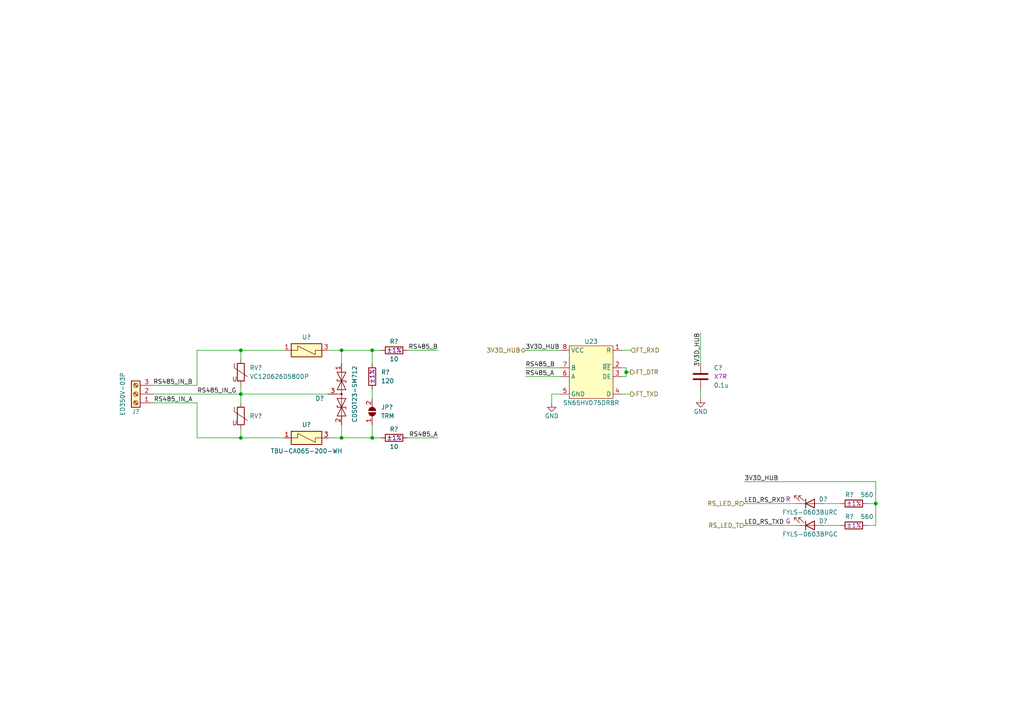
<source format=kicad_sch>
(kicad_sch (version 20230121) (generator eeschema)
  (paper "A4")
  (lib_symbols
    (symbol "Connector:Screw_Terminal_01x03" (pin_names (offset 1.016) hide)
      (property "Reference" "J" (at 0 5.08 0))
      (property "Value" "Screw_Terminal_01x03" (at 0 -5.08 0))
      (symbol "Screw_Terminal_01x03_1_1"
        (rectangle (start -1.27 3.81) (end 1.27 -3.81) (stroke (width 0.254)) (fill (type background)))
        (circle (center 0 -2.54) (radius 0.635) (stroke (width 0.1524)))
        (polyline (pts (xy -0.5334 -2.2098) (xy 0.3302 -3.048)) (stroke (width 0.1524)))
        (polyline (pts (xy -0.5334 0.3302) (xy 0.3302 -0.508)) (stroke (width 0.1524)))
        (polyline (pts (xy -0.5334 2.8702) (xy 0.3302 2.032)) (stroke (width 0.1524)))
        (polyline (pts (xy -0.3556 -2.032) (xy 0.508 -2.8702)) (stroke (width 0.1524)))
        (polyline (pts (xy -0.3556 0.508) (xy 0.508 -0.3302)) (stroke (width 0.1524)))
        (polyline (pts (xy -0.3556 3.048) (xy 0.508 2.2098)) (stroke (width 0.1524)))
        (circle (center 0 0) (radius 0.635) (stroke (width 0.1524)))
        (circle (center 0 2.54) (radius 0.635) (stroke (width 0.1524)))
        (pin passive line (at -5.08 2.54 0) (length 3.81) (name "Pin_1") (number "1"))
        (pin passive line (at -5.08 0 0) (length 3.81) (name "Pin_2") (number "2"))
        (pin passive line (at -5.08 -2.54 0) (length 3.81) (name "Pin_3") (number "3"))
      )
    )
    (symbol "Device:C" (pin_numbers hide) (pin_names (offset 0.254))
      (property "Reference" "C" (at 0.635 2.54 0))
      (property "Value" "C" (at 0.635 -2.54 0))
      (symbol "C_0_1"
        (polyline (pts (xy -2.032 -0.762) (xy 2.032 -0.762)) (stroke (width 0.508)))
        (polyline (pts (xy -2.032 0.762) (xy 2.032 0.762)) (stroke (width 0.508)))
      )
      (symbol "C_1_1"
        (pin passive line (at 0 3.81 270) (length 2.794) (name "~") (number "1"))
        (pin passive line (at 0 -3.81 90) (length 2.794) (name "~") (number "2"))
      )
    )
    (symbol "Device:LED" (pin_numbers hide) (pin_names (offset 1.016) hide)
      (property "Reference" "D" (at 0 2.54 0))
      (property "Value" "LED" (at 0 -2.54 0))
      (symbol "LED_0_1"
        (polyline (pts (xy -1.27 -1.27) (xy -1.27 1.27)) (stroke (width 0.254)))
        (polyline (pts (xy -1.27 0) (xy 1.27 0)))
        (polyline (pts (xy 1.27 -1.27) (xy 1.27 1.27) (xy -1.27 0) (xy 1.27 -1.27)) (stroke (width 0.254)))
        (polyline (pts (xy -3.048 -0.762) (xy -4.572 -2.286) (xy -3.81 -2.286) (xy -4.572 -2.286) (xy -4.572 -1.524)))
        (polyline (pts (xy -1.778 -0.762) (xy -3.302 -2.286) (xy -2.54 -2.286) (xy -3.302 -2.286) (xy -3.302 -1.524)))
      )
      (symbol "LED_1_1"
        (pin passive line (at -3.81 0 0) (length 2.54) (name "K") (number "1"))
        (pin passive line (at 3.81 0 180) (length 2.54) (name "A") (number "2"))
      )
    )
    (symbol "Device:R" (pin_numbers hide) (pin_names (offset 0))
      (property "Reference" "R" (at 2.032 0 90))
      (property "Value" "R" (at 0 0 90))
      (symbol "R_0_1"
        (rectangle (start -1.016 -2.54) (end 1.016 2.54) (stroke (width 0.254)))
      )
      (symbol "R_1_1"
        (pin passive line (at 0 3.81 270) (length 1.27) (name "~") (number "1"))
        (pin passive line (at 0 -3.81 90) (length 1.27) (name "~") (number "2"))
      )
    )
    (symbol "Device:Varistor" (pin_numbers hide) (pin_names (offset 0))
      (property "Reference" "RV" (at 3.175 0 90))
      (property "Value" "Varistor" (at -3.175 0 90))
      (symbol "Varistor_0_0"
        (text "U" (at -1.778 -2.032 0) (effects (font (size 1.27 1.27))))
      )
      (symbol "Varistor_0_1"
        (rectangle (start -1.016 -2.54) (end 1.016 2.54) (stroke (width 0.254)))
        (polyline (pts (xy -1.905 2.54) (xy -1.905 1.27) (xy 1.905 -1.27)))
      )
      (symbol "Varistor_1_1"
        (pin passive line (at 0 3.81 270) (length 1.27) (name "~") (number "1"))
        (pin passive line (at 0 -3.81 90) (length 1.27) (name "~") (number "2"))
      )
    )
    (symbol "Diode:SM712_SOT23" (pin_names (offset 1.016) hide)
      (property "Reference" "D" (at 0 4.445 0))
      (property "Value" "SM712_SOT23" (at 0 2.54 0))
      (symbol "SM712_SOT23_0_0"
        (polyline (pts (xy 0 -1.27) (xy 0 0)))
      )
      (symbol "SM712_SOT23_0_1"
        (polyline (pts (xy -6.35 0) (xy 6.35 0)))
        (polyline (pts (xy -3.302 1.27) (xy -3.81 1.27) (xy -3.81 -1.27) (xy -4.318 -1.27)) (stroke (width 0.2032)))
        (polyline (pts (xy 4.318 1.27) (xy 3.81 1.27) (xy 3.81 -1.27) (xy 3.302 -1.27)) (stroke (width 0.2032)))
        (polyline (pts (xy -6.35 -1.27) (xy -1.27 1.27) (xy -1.27 -1.27) (xy -6.35 1.27) (xy -6.35 -1.27)) (stroke (width 0.2032)))
        (polyline (pts (xy 1.27 -1.27) (xy 1.27 1.27) (xy 6.35 -1.27) (xy 6.35 1.27) (xy 1.27 -1.27)) (stroke (width 0.2032)))
        (circle (center 0 0) (radius 0.254) (fill (type outline)))
      )
      (symbol "SM712_SOT23_1_1"
        (pin passive line (at -8.89 0 0) (length 2.54) (name "A1") (number "1"))
        (pin passive line (at 8.89 0 180) (length 2.54) (name "A2") (number "2"))
        (pin input line (at 0 -3.81 90) (length 2.54) (name "common") (number "3"))
      )
    )
    (symbol "Jumper:SolderJumper_2_Open" (pin_names (offset 0) hide)
      (property "Reference" "JP" (at 0 2.032 0))
      (property "Value" "SolderJumper_2_Open" (at 0 -2.54 0))
      (symbol "SolderJumper_2_Open_0_1"
        (arc (start -0.254 1.016) (mid -1.2656 0) (end -0.254 -1.016))
        (arc (start -0.254 1.016) (mid -1.2656 0) (end -0.254 -1.016) (fill (type outline)))
        (polyline (pts (xy -0.254 1.016) (xy -0.254 -1.016)))
        (polyline (pts (xy 0.254 1.016) (xy 0.254 -1.016)))
        (arc (start 0.254 -1.016) (mid 1.2656 0) (end 0.254 1.016))
        (arc (start 0.254 -1.016) (mid 1.2656 0) (end 0.254 1.016) (fill (type outline)))
      )
      (symbol "SolderJumper_2_Open_1_1"
        (pin passive line (at -3.81 0 0) (length 2.54) (name "A") (number "1"))
        (pin passive line (at 3.81 0 180) (length 2.54) (name "B") (number "2"))
      )
    )
    (symbol "chrns_ic_connectivity:SN65HVD75D"
      (property "Reference" "U" (at 0 8.89 0))
      (property "Value" "SN65HVD75D" (at 0 -8.89 0))
      (symbol "SN65HVD75D_0_0"
        (pin input line (at -8.89 6.35 0) (length 2.54) (name "R") (number "1"))
        (pin input line (at -8.89 1.27 0) (length 2.54) (name "~{RE}") (number "2"))
        (pin input line (at -8.89 -1.27 0) (length 2.54) (name "DE") (number "3"))
        (pin output line (at -8.89 -6.35 0) (length 2.54) (name "D") (number "4"))
        (pin power_in line (at 8.89 -6.35 180) (length 2.54) (name "GND") (number "5"))
        (pin bidirectional line (at 8.89 -1.27 180) (length 2.54) (name "A") (number "6"))
        (pin bidirectional line (at 8.89 1.27 180) (length 2.54) (name "B") (number "7"))
        (pin power_in line (at 8.89 6.35 180) (length 2.54) (name "VCC") (number "8"))
      )
      (symbol "SN65HVD75D_0_1"
        (rectangle (start -6.35 7.62) (end 6.35 -7.62) (fill (type background)))
      )
    )
    (symbol "chrns_ic_power:TBU"
      (property "Reference" "U" (at -3.81 3.175 0))
      (property "Value" "TBU" (at 2.54 3.175 0))
      (symbol "TBU_0_1"
        (rectangle (start -4.445 1.905) (end 4.445 -1.905) (stroke (width 0.254)) (fill (type background)))
        (polyline (pts (xy -5.08 0) (xy -2.54 0) (xy -2.54 1.27) (xy 2.54 -1.27) (xy 2.54 0) (xy 5.08 0)))
      )
      (symbol "TBU_1_1"
        (pin passive line (at -6.35 0 0) (length 1.27) (name "~") (number "1"))
        (pin no_connect line (at 0 -3.175 90) (length 1.27) hide (name "~") (number "2"))
        (pin passive line (at 6.35 0 180) (length 1.27) (name "~") (number "3"))
      )
    )
    (symbol "power:GND" (power) (pin_names (offset 0))
      (property "Value" "GND" (at 0 -3.81 0))
      (symbol "GND_0_1"
        (polyline (pts (xy 0 0) (xy 0 -1.27) (xy 1.27 -1.27) (xy 0 -2.54) (xy -1.27 -1.27) (xy 0 -1.27)))
      )
      (symbol "GND_1_1"
        (pin power_in line (at 0 0 270) (length 0) hide (name "GND") (number "1"))
      )
    )
  )
  (junction (at 181.61 107.95))
  (junction (at 69.85 101.6))
  (junction (at 99.06 101.6))
  (junction (at 254 146.05))
  (junction (at 99.06 127))
  (junction (at 107.95 127))
  (junction (at 69.85 127))
  (junction (at 107.95 101.6))
  (junction (at 69.85 114.3))
  (wire (pts (xy 251.46 152.4) (xy 254 152.4)))
  (wire (pts (xy 118.11 101.6) (xy 127 101.6)))
  (wire (pts (xy 57.15 116.84) (xy 44.45 116.84)))
  (wire (pts (xy 182.88 114.3) (xy 180.34 114.3)))
  (wire (pts (xy 181.61 107.95) (xy 181.61 109.22)))
  (wire (pts (xy 69.85 101.6) (xy 69.85 104.14)))
  (wire (pts (xy 57.15 127) (xy 69.85 127)))
  (wire (pts (xy 57.15 101.6) (xy 57.15 111.76)))
  (wire (pts (xy 57.15 116.84) (xy 57.15 127)))
  (wire (pts (xy 107.95 127) (xy 110.49 127)))
  (wire (pts (xy 162.56 114.3) (xy 160.02 114.3)))
  (wire (pts (xy 254 139.7) (xy 254 146.05)))
  (wire (pts (xy 215.9 152.4) (xy 231.14 152.4)))
  (wire (pts (xy 107.95 101.6) (xy 110.49 101.6)))
  (wire (pts (xy 107.95 123.19) (xy 107.95 127)))
  (wire (pts (xy 162.56 106.68) (xy 152.4 106.68)))
  (wire (pts (xy 44.45 114.3) (xy 69.85 114.3)))
  (wire (pts (xy 99.06 101.6) (xy 95.25 101.6)))
  (wire (pts (xy 95.25 127) (xy 99.06 127)))
  (wire (pts (xy 254 146.05) (xy 254 152.4)))
  (wire (pts (xy 118.11 127) (xy 127 127)))
  (wire (pts (xy 152.4 101.6) (xy 162.56 101.6)))
  (wire (pts (xy 251.46 146.05) (xy 254 146.05)))
  (wire (pts (xy 238.76 146.05) (xy 243.84 146.05)))
  (wire (pts (xy 160.02 114.3) (xy 160.02 116.84)))
  (wire (pts (xy 181.61 107.95) (xy 182.88 107.95)))
  (wire (pts (xy 182.88 101.6) (xy 180.34 101.6)))
  (wire (pts (xy 57.15 101.6) (xy 69.85 101.6)))
  (wire (pts (xy 82.55 127) (xy 69.85 127)))
  (wire (pts (xy 181.61 106.68) (xy 180.34 106.68)))
  (wire (pts (xy 107.95 101.6) (xy 99.06 101.6)))
  (wire (pts (xy 69.85 124.46) (xy 69.85 127)))
  (wire (pts (xy 69.85 114.3) (xy 69.85 116.84)))
  (wire (pts (xy 82.55 101.6) (xy 69.85 101.6)))
  (wire (pts (xy 57.15 111.76) (xy 44.45 111.76)))
  (wire (pts (xy 107.95 113.03) (xy 107.95 115.57)))
  (wire (pts (xy 99.06 127) (xy 107.95 127)))
  (wire (pts (xy 215.9 146.05) (xy 231.14 146.05)))
  (wire (pts (xy 162.56 109.22) (xy 152.4 109.22)))
  (wire (pts (xy 238.76 152.4) (xy 243.84 152.4)))
  (wire (pts (xy 181.61 106.68) (xy 181.61 107.95)))
  (wire (pts (xy 107.95 105.41) (xy 107.95 101.6)))
  (wire (pts (xy 69.85 111.76) (xy 69.85 114.3)))
  (wire (pts (xy 99.06 105.41) (xy 99.06 101.6)))
  (wire (pts (xy 99.06 127) (xy 99.06 123.19)))
  (wire (pts (xy 203.2 96.52) (xy 203.2 105.41)))
  (wire (pts (xy 181.61 109.22) (xy 180.34 109.22)))
  (wire (pts (xy 203.2 113.03) (xy 203.2 115.57)))
  (wire (pts (xy 215.9 139.7) (xy 254 139.7)))
  (wire (pts (xy 95.25 114.3) (xy 69.85 114.3)))
  (label "RS485_B" (at 127 101.6 180))
  (label "RS485_A" (at 127 127 180))
  (label "3V3D_HUB" (at 203.2 96.52 270))
  (label "RS485_B" (at 152.4 106.68 0))
  (label "LED_RS_TXD" (at 215.9 152.4 0))
  (label "RS485_IN_G" (at 57.15 114.3 0))
  (label "3V3D_HUB" (at 152.4 101.6 0))
  (label "RS485_IN_B" (at 55.88 111.76 180))
  (label "LED_RS_RXD" (at 215.9 146.05 0))
  (label "RS485_IN_A" (at 55.88 116.84 180))
  (label "RS485_A" (at 152.4 109.22 0))
  (label "3V3D_HUB" (at 215.9 139.7 0))
  (hierarchical_label "RS_LED_T" (shape input) (at 215.9 152.4 180))
  (hierarchical_label "RS_LED_R" (shape input) (at 215.9 146.05 180))
  (hierarchical_label "3V3D_HUB" (shape tri_state) (at 152.4 101.6 180))
  (hierarchical_label "FT_DTR" (shape output) (at 182.88 107.95 0))
  (hierarchical_label "FT_RXD" (shape input) (at 182.88 101.6 0))
  (hierarchical_label "FT_TXD" (shape output) (at 182.88 114.3 0))
  (symbol (lib_id "chrns_ic_power:TBU") (at 88.9 101.6 0) (unit 1)
    (property "Reference" "U?" (at 88.9 97.79 0))
    (property "Value" "TBU-CA065-200-WH" (effects hide))
    (property "Footprint" "chrns_nostd:TBU-CAxxx-xxx-WH" (effects hide))
    (property "Datasheet" "https://www.mouser.de/datasheet/2/54/TBU-CA-778169.pdf" (effects hide))
    (property "Part number" "TBU-CA065-200-WH" (effects hide))
    (instances (project "main" (path "" (reference "U?") (unit 1)) (path "" (reference "U21") (unit 1))) (project "strain_gauge_rev_b" (path "" (reference "U?") (unit 1))) (project "main" (path "" (reference "U18") (unit 1))))
  )
  (symbol (lib_id "Jumper:SolderJumper_2_Open") (at 107.95 119.38 90) (unit 1) (in_bom no)
    (property "Reference" "JP?" (at 110.49 118.11 90) (effects (justify right)))
    (property "Value" "TRM" (at 110.49 120.65 90) (effects (justify right)))
    (property "Footprint" "Jumper:SolderJumper-2_P1.3mm_Open_RoundedPad1.0x1.5mm" (effects hide))
    (instances (project "main" (path "" (reference "JP?") (unit 1)) (path "" (reference "JP4") (unit 1))) (project "lora_tag_rev_e" (path "" (reference "JP?") (unit 1))) (project "main" (path "" (reference "JP4") (unit 1))))
  )
  (symbol (lib_id "Device:C") (at 203.2 109.22 0) (unit 1)
    (property "Reference" "C?" (at 207.01 106.68 0) (effects (justify left)))
    (property "Value" "0.1u" (at 207.01 111.76 0) (effects (justify left)))
    (property "Footprint" "Capacitor_SMD:C_0603_1608Metric" (effects hide))
    (property "Voltage" "50V" (effects hide))
    (property "Coefficient" "X7R" (at 207.01 109.22 0) (effects (justify left)))
    (property "Part number" "CC0603JRX7R9BB104" (effects hide))
    (property "lcsc" "C91183" (effects hide))
    (instances (project "main" (path "" (reference "C?") (unit 1)) (path "" (reference "C106") (unit 1))) (project "strain_gauge_rev_b" (path "" (reference "C?") (unit 1))) (project "main" (path "" (reference "C81") (unit 1))))
  )
  (symbol (lib_id "Connector:Screw_Terminal_01x03") (at 39.37 114.3 180) (unit 1)
    (property "Reference" "J?" (at 39.37 119.38 0))
    (property "Value" "ED350V-03P" (at 35.56 114.3 90))
    (property "Footprint" "chrns_nostd:ED350V-03P" (effects hide))
    (property "Part number" "ED350V-03P" (effects hide))
    (instances (project "main" (path "" (reference "J?") (unit 1)) (path "" (reference "J11") (unit 1))) (project "strain_gauge_rev_b" (path "" (reference "J?") (unit 1))) (project "main" (path "" (reference "J23") (unit 1))))
  )
  (symbol (lib_id "Device:R") (at 114.3 101.6 90) (unit 1)
    (property "Reference" "R?" (at 114.3 99.06 90))
    (property "Value" "10" (at 114.3 104.14 90))
    (property "Footprint" "Resistor_SMD:R_0603_1608Metric" (effects hide))
    (property "Coefficient" "±1%" (at 114.3 101.6 90))
    (property "Part number" "RC0603FR-0710RL" (effects hide))
    (property "lcsc" "C109318" (effects hide))
    (instances (project "main" (path "" (reference "R?") (unit 1)) (path "" (reference "R83") (unit 1))) (project "strain_gauge_rev_b" (path "" (reference "R?") (unit 1))) (project "main" (path "" (reference "R69") (unit 1))))
  )
  (symbol (lib_id "Device:Varistor") (at 69.85 120.65 0) (unit 1)
    (property "Reference" "RV?" (at 72.39 120.65 0) (effects (justify left)))
    (property "Value" "VC120626D580DP" (effects hide))
    (property "Footprint" "Resistor_SMD:R_1206_3216Metric" (effects hide))
    (property "Part number" "VC120626D580DP" (effects hide))
    (property "lcsc" "C597756" (effects hide))
    (instances (project "main" (path "" (reference "RV?") (unit 1)) (path "" (reference "RV2") (unit 1))) (project "strain_gauge_rev_b" (path "" (reference "RV?") (unit 1))) (project "main" (path "" (reference "RV4") (unit 1))))
  )
  (symbol (lib_id "power:GND") (at 203.2 115.57 0) (unit 1)
    (property "Reference" "#PWR?" (effects hide))
    (property "Value" "GND" (at 203.2 119.38 0))
    (instances (project "main" (path "" (reference "#PWR?") (unit 1)) (path "" (reference "#PWR0112") (unit 1))) (project "strain_gauge_rev_b" (path "" (reference "#PWR?") (unit 1))) (project "main" (path "" (reference "#PWR090") (unit 1))))
  )
  (symbol (lib_id "Device:R") (at 247.65 146.05 90) (unit 1)
    (property "Reference" "R?" (at 246.38 143.51 90))
    (property "Value" "560" (at 251.46 143.51 90))
    (property "Footprint" "Resistor_SMD:R_0603_1608Metric" (effects hide))
    (property "Coefficient" "±1%" (at 247.65 146.05 90))
    (property "Part number" "RC0603FR-07560RL" (effects hide))
    (property "lcsc" "C114629" (effects hide))
    (instances (project "main" (path "" (reference "R?") (unit 1)) (path "" (reference "R84") (unit 1))) (project "main" (path "" (reference "R88") (unit 1))))
  )
  (symbol (lib_id "Device:R") (at 107.95 109.22 0) (unit 1)
    (property "Reference" "R?" (at 110.49 107.9499 0) (effects (justify left)))
    (property "Value" "120" (at 110.49 110.4899 0) (effects (justify left)))
    (property "Footprint" "Resistor_SMD:R_0805_2012Metric" (effects hide))
    (property "Coefficient" "±1%" (at 107.95 109.22 90))
    (property "Part number" "RC0805FR-07120RL" (effects hide))
    (property "lcsc" "C114245" (effects hide))
    (instances (project "main" (path "" (reference "R?") (unit 1)) (path "" (reference "R81") (unit 1))) (project "strain_gauge_rev_b" (path "" (reference "R?") (unit 1))) (project "main" (path "" (reference "R78") (unit 1))))
  )
  (symbol (lib_id "chrns_ic_connectivity:SN65HVD75D") (at 171.45 107.95 0) (mirror y) (unit 1)
    (property "Reference" "U23" (at 171.45 99.06 0))
    (property "Value" "SN65HVD75DRBR" (at 171.45 116.84 0))
    (property "Footprint" "Package_SON:Texas_S-PVSON-N8" (effects hide))
    (property "Datasheet" "https://www.ti.com/lit/ds/symlink/sn65hvd78.pdf" (effects hide))
    (property "Part number" "SN65HVD75DRBR" (effects hide))
    (property "lcsc" "C98708" (effects hide))
    (instances (project "main" (path "" (reference "U23") (unit 1))) (project "main" (path "" (reference "U20") (unit 1))))
  )
  (symbol (lib_id "Device:LED") (at 234.95 146.05 0) (mirror x) (unit 1)
    (property "Reference" "D?" (at 238.76 144.78 0))
    (property "Value" "FYLS-0603BURC" (at 234.95 148.59 0))
    (property "Footprint" "LED_SMD:LED_0603_1608Metric" (effects hide))
    (property "Color" "R" (at 228.6 144.78 0))
    (property "Part number" "FYLS-0603BURC" (effects hide))
    (instances (project "main" (path "" (reference "D?") (unit 1)) (path "" (reference "D14") (unit 1)) (path "" (reference "D?") (unit 1)) (path "" (reference "D?") (unit 1))) (project "main" (path "" (reference "D18") (unit 1))))
  )
  (symbol (lib_id "Diode:SM712_SOT23") (at 99.06 114.3 270) (unit 1)
    (property "Reference" "D?" (at 91.44 115.57 90) (effects (justify left)))
    (property "Value" "CDSOT23-SM712" (at 102.87 114.3 0))
    (property "Footprint" "Package_TO_SOT_SMD:SOT-23" (effects hide))
    (property "Datasheet" "https://www.littelfuse.com/~/media/electronics/datasheets/tvs_diode_arrays/littelfuse_tvs_diode_array_sm712_datasheet.pdf.pdf" (effects hide))
    (property "Part number" "CDSOT23-SM712" (effects hide))
    (property "lcsc" "C404012" (effects hide))
    (instances (project "main" (path "" (reference "D?") (unit 1)) (path "" (reference "D13") (unit 1))) (project "strain_gauge_rev_b" (path "" (reference "D?") (unit 1))) (project "main" (path "" (reference "D15") (unit 1))))
  )
  (symbol (lib_id "Device:R") (at 247.65 152.4 90) (unit 1)
    (property "Reference" "R?" (at 246.38 149.86 90))
    (property "Value" "560" (at 251.46 149.86 90))
    (property "Footprint" "Resistor_SMD:R_0603_1608Metric" (effects hide))
    (property "Coefficient" "±1%" (at 247.65 152.4 90))
    (property "Part number" "RC0603FR-07560RL" (effects hide))
    (property "lcsc" "C114629" (effects hide))
    (instances (project "main" (path "" (reference "R?") (unit 1)) (path "" (reference "R85") (unit 1))) (project "main" (path "" (reference "R93") (unit 1))))
  )
  (symbol (lib_id "Device:Varistor") (at 69.85 107.95 0) (unit 1)
    (property "Reference" "RV?" (at 72.39 106.68 0) (effects (justify left)))
    (property "Value" "VC120626D580DP" (at 72.39 109.22 0) (effects (justify left)))
    (property "Footprint" "Resistor_SMD:R_1206_3216Metric" (effects hide))
    (property "Part number" "VC120626D580DP" (effects hide))
    (property "lcsc" "C597756" (effects hide))
    (instances (project "main" (path "" (reference "RV?") (unit 1)) (path "" (reference "RV1") (unit 1))) (project "strain_gauge_rev_b" (path "" (reference "RV?") (unit 1))) (project "main" (path "" (reference "RV3") (unit 1))))
  )
  (symbol (lib_id "Device:R") (at 114.3 127 90) (unit 1)
    (property "Reference" "R?" (at 114.3 124.46 90))
    (property "Value" "10" (at 114.3 129.54 90))
    (property "Footprint" "Resistor_SMD:R_0603_1608Metric" (effects hide))
    (property "Coefficient" "±1%" (at 114.3 127 90))
    (property "Part number" "RC0603FR-0710RL" (effects hide))
    (property "lcsc" "C109318" (effects hide))
    (instances (project "main" (path "" (reference "R?") (unit 1)) (path "" (reference "R83") (unit 1))) (project "strain_gauge_rev_b" (path "" (reference "R?") (unit 1))) (project "main" (path "" (reference "R87") (unit 1))))
  )
  (symbol (lib_id "chrns_ic_power:TBU") (at 88.9 127 0) (unit 1)
    (property "Reference" "U?" (at 88.9 123.19 0))
    (property "Value" "TBU-CA065-200-WH" (at 88.9 130.81 0))
    (property "Footprint" "chrns_nostd:TBU-CAxxx-xxx-WH" (effects hide))
    (property "Datasheet" "https://www.mouser.de/datasheet/2/54/TBU-CA-778169.pdf" (effects hide))
    (property "Part number" "TBU-CA065-200-WH" (effects hide))
    (instances (project "main" (path "" (reference "U?") (unit 1)) (path "" (reference "U22") (unit 1))) (project "strain_gauge_rev_b" (path "" (reference "U?") (unit 1))) (project "main" (path "" (reference "U19") (unit 1))))
  )
  (symbol (lib_id "power:GND") (at 160.02 116.84 0) (unit 1)
    (property "Reference" "#PWR?" (effects hide))
    (property "Value" "GND" (at 160.02 120.65 0))
    (instances (project "main" (path "" (reference "#PWR?") (unit 1)) (path "" (reference "#PWR0111") (unit 1))) (project "strain_gauge_rev_b" (path "" (reference "#PWR?") (unit 1))) (project "main" (path "" (reference "#PWR089") (unit 1))))
  )
  (symbol (lib_id "Device:LED") (at 234.95 152.4 0) (mirror x) (unit 1)
    (property "Reference" "D?" (at 238.76 151.13 0))
    (property "Value" "FYLS-0603BPGC" (at 234.95 154.94 0))
    (property "Footprint" "LED_SMD:LED_0603_1608Metric" (effects hide))
    (property "Color" "G" (at 228.6 151.13 0))
    (property "Part number" "FYLS-0603BPGC" (effects hide))
    (instances (project "main" (path "" (reference "D?") (unit 1)) (path "" (reference "D15") (unit 1)) (path "" (reference "D?") (unit 1)) (path "" (reference "D?") (unit 1))) (project "main" (path "" (reference "D19") (unit 1))))
  )
)
</source>
